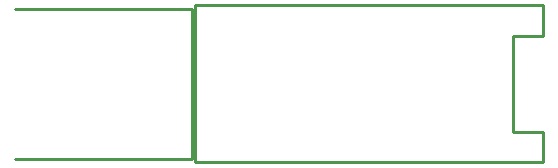
<source format=gko>
G04 Layer: BoardOutlineLayer*
G04 EasyEDA Pro v2.1.64.d1969c9c.217bcf, 2024-08-09 12:31:45*
G04 Gerber Generator version 0.3*
G04 Scale: 100 percent, Rotated: No, Reflected: No*
G04 Dimensions in millimeters*
G04 Leading zeros omitted, absolute positions, 3 integers and 5 decimals*
%FSLAX35Y35*%
%MOMM*%
%ADD10C,0.254*%
G75*


G04 PolygonModel Start*
G54D10*
G01X-3294380Y5024120D02*
G01X-344380Y5024120D01*
G01Y4764120D01*
G01X-604354D01*
G01Y3954120D01*
G01X-344354D01*
G01Y3694120D01*
G01X-3294380D01*
G01Y5024120D01*
G01X-3321319Y4994161D02*
G01X-3321319Y3724161D01*
G01X-3329747Y3724161D02*
G01X-4818189Y3724161D01*
G01X-3329747Y4994161D02*
G01X-4819713Y4994161D01*
G04 PolygonModel End*

M02*

</source>
